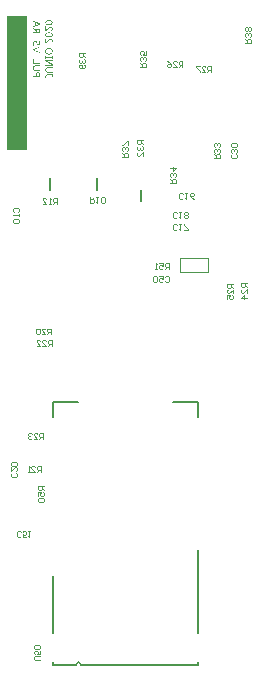
<source format=gbo>
G04 Layer_Color=32896*
%FSLAX24Y24*%
%MOIN*%
G70*
G01*
G75*
%ADD56C,0.0079*%
%ADD57C,0.0060*%
%ADD62C,0.0039*%
%ADD98R,0.0700X0.4490*%
G36*
X1202Y21094D02*
X1183D01*
Y21301D01*
X1202D01*
Y21094D01*
D02*
G37*
G36*
X1312Y21072D02*
X1319Y21071D01*
X1325Y21070D01*
X1330Y21069D01*
X1334Y21067D01*
X1337Y21066D01*
X1338Y21065D01*
X1339Y21065D01*
X1344Y21062D01*
X1349Y21059D01*
X1352Y21056D01*
X1356Y21053D01*
X1358Y21050D01*
X1360Y21047D01*
X1361Y21046D01*
X1362Y21045D01*
X1365Y21040D01*
X1367Y21036D01*
X1369Y21031D01*
X1371Y21027D01*
X1372Y21024D01*
X1373Y21021D01*
X1373Y21019D01*
Y21019D01*
X1374Y21013D01*
X1375Y21007D01*
X1376Y21002D01*
X1376Y20997D01*
X1377Y20992D01*
Y20989D01*
Y20987D01*
Y20986D01*
Y20986D01*
Y20986D01*
Y20981D01*
Y20977D01*
X1376Y20975D01*
Y20974D01*
Y20973D01*
Y20973D01*
X1376Y20968D01*
X1376Y20963D01*
Y20962D01*
X1375Y20960D01*
Y20960D01*
Y20959D01*
X1438D01*
Y21071D01*
X1465D01*
Y20929D01*
X1344D01*
X1346Y20936D01*
X1346Y20940D01*
X1347Y20943D01*
X1347Y20947D01*
X1348Y20949D01*
X1348Y20950D01*
Y20951D01*
X1349Y20961D01*
X1350Y20965D01*
Y20970D01*
X1350Y20973D01*
Y20976D01*
Y20977D01*
Y20978D01*
Y20983D01*
X1350Y20988D01*
X1349Y20992D01*
X1349Y20996D01*
X1348Y21000D01*
X1348Y21002D01*
X1348Y21004D01*
Y21004D01*
X1346Y21008D01*
X1345Y21012D01*
X1344Y21016D01*
X1342Y21019D01*
X1341Y21021D01*
X1340Y21023D01*
X1340Y21024D01*
X1339Y21024D01*
X1335Y21029D01*
X1330Y21033D01*
X1329Y21034D01*
X1327Y21035D01*
X1326Y21036D01*
X1326D01*
X1322Y21037D01*
X1319Y21038D01*
X1315Y21039D01*
X1312Y21040D01*
X1309D01*
X1307Y21040D01*
X1301D01*
X1296Y21039D01*
X1293Y21039D01*
X1289Y21038D01*
X1287Y21038D01*
X1285Y21037D01*
X1283Y21037D01*
X1283D01*
X1277Y21033D01*
X1274Y21031D01*
X1271Y21030D01*
X1270Y21028D01*
X1268Y21027D01*
X1267Y21026D01*
X1267Y21026D01*
X1264Y21023D01*
X1262Y21019D01*
X1260Y21016D01*
X1258Y21013D01*
X1257Y21011D01*
X1257Y21009D01*
X1256Y21007D01*
Y21007D01*
X1254Y20999D01*
X1254Y20996D01*
X1253Y20992D01*
X1253Y20990D01*
Y20987D01*
Y20986D01*
Y20986D01*
X1253Y20979D01*
X1254Y20973D01*
X1255Y20967D01*
X1256Y20962D01*
X1257Y20958D01*
X1258Y20954D01*
X1258Y20952D01*
X1258Y20952D01*
Y20951D01*
X1261Y20945D01*
X1263Y20939D01*
X1265Y20934D01*
X1268Y20930D01*
X1270Y20926D01*
X1271Y20923D01*
X1272Y20922D01*
X1273Y20921D01*
Y20919D01*
X1239D01*
X1237Y20924D01*
X1235Y20929D01*
X1234Y20933D01*
X1232Y20938D01*
X1231Y20943D01*
X1230Y20946D01*
X1230Y20948D01*
X1230Y20948D01*
Y20949D01*
X1228Y20955D01*
X1227Y20962D01*
X1227Y20968D01*
X1226Y20974D01*
Y20979D01*
X1226Y20983D01*
Y20984D01*
Y20985D01*
Y20986D01*
Y20986D01*
X1226Y20994D01*
X1227Y21000D01*
X1227Y21007D01*
X1229Y21012D01*
X1230Y21016D01*
X1231Y21019D01*
X1231Y21022D01*
X1231Y21022D01*
X1234Y21028D01*
X1236Y21033D01*
X1239Y21038D01*
X1242Y21042D01*
X1245Y21045D01*
X1246Y21048D01*
X1248Y21049D01*
X1248Y21050D01*
X1252Y21053D01*
X1257Y21057D01*
X1261Y21059D01*
X1265Y21062D01*
X1269Y21063D01*
X1271Y21065D01*
X1273Y21066D01*
X1274Y21066D01*
X1279Y21068D01*
X1285Y21070D01*
X1290Y21071D01*
X1295Y21071D01*
X1299Y21072D01*
X1302Y21072D01*
X1305D01*
X1312Y21072D01*
D02*
G37*
G36*
X1333Y21438D02*
X1337Y21446D01*
X1341Y21453D01*
X1345Y21459D01*
X1349Y21465D01*
X1353Y21469D01*
X1356Y21471D01*
X1358Y21473D01*
X1358Y21474D01*
X1359D01*
X1366Y21478D01*
X1373Y21481D01*
X1380Y21483D01*
X1386Y21485D01*
X1392Y21486D01*
X1395Y21486D01*
X1397D01*
X1399Y21487D01*
X1401D01*
X1408Y21486D01*
X1414Y21486D01*
X1419Y21485D01*
X1424Y21483D01*
X1428Y21482D01*
X1430Y21481D01*
X1432Y21480D01*
X1432Y21479D01*
X1437Y21477D01*
X1441Y21473D01*
X1444Y21470D01*
X1447Y21467D01*
X1449Y21464D01*
X1451Y21462D01*
X1452Y21460D01*
X1453Y21459D01*
X1455Y21455D01*
X1457Y21451D01*
X1459Y21446D01*
X1460Y21442D01*
X1461Y21439D01*
X1462Y21436D01*
X1463Y21434D01*
Y21434D01*
X1464Y21428D01*
X1464Y21422D01*
X1465Y21416D01*
X1465Y21411D01*
X1465Y21406D01*
Y21402D01*
Y21400D01*
Y21399D01*
Y21399D01*
Y21398D01*
Y21332D01*
X1230D01*
Y21364D01*
X1324D01*
Y21407D01*
X1230Y21486D01*
Y21527D01*
X1333Y21438D01*
D02*
G37*
G36*
X1879Y19872D02*
X1854D01*
Y19922D01*
X1712D01*
X1708Y19922D01*
X1704D01*
X1702Y19922D01*
X1699Y19921D01*
X1697D01*
X1696Y19921D01*
X1695D01*
X1689Y19919D01*
X1687Y19919D01*
X1684Y19918D01*
X1683Y19917D01*
X1681Y19916D01*
X1680Y19916D01*
X1680Y19915D01*
X1678Y19914D01*
X1676Y19912D01*
X1673Y19907D01*
X1672Y19905D01*
X1671Y19904D01*
X1671Y19903D01*
Y19903D01*
X1670Y19899D01*
X1669Y19895D01*
X1668Y19892D01*
X1668Y19888D01*
Y19885D01*
X1667Y19882D01*
Y19880D01*
Y19880D01*
X1668Y19872D01*
X1668Y19869D01*
X1668Y19866D01*
X1669Y19864D01*
X1669Y19862D01*
X1670Y19860D01*
Y19860D01*
X1671Y19853D01*
X1672Y19851D01*
X1673Y19848D01*
X1674Y19847D01*
X1674Y19845D01*
X1674Y19844D01*
Y19844D01*
Y19843D01*
X1645D01*
X1644Y19846D01*
X1644Y19849D01*
X1643Y19853D01*
X1643Y19856D01*
X1643Y19859D01*
X1642Y19861D01*
X1642Y19863D01*
Y19863D01*
X1642Y19868D01*
X1641Y19872D01*
X1641Y19875D01*
Y19878D01*
X1640Y19881D01*
Y19882D01*
Y19883D01*
Y19884D01*
X1641Y19889D01*
X1641Y19895D01*
X1643Y19905D01*
X1646Y19914D01*
X1647Y19918D01*
X1649Y19921D01*
X1650Y19924D01*
X1652Y19927D01*
X1653Y19929D01*
X1654Y19931D01*
X1655Y19933D01*
X1656Y19934D01*
X1657Y19934D01*
Y19935D01*
X1660Y19938D01*
X1664Y19941D01*
X1667Y19943D01*
X1671Y19946D01*
X1679Y19949D01*
X1687Y19951D01*
X1694Y19952D01*
X1697Y19953D01*
X1699Y19953D01*
X1702Y19954D01*
X1879D01*
Y19872D01*
D02*
G37*
G36*
X1465Y21657D02*
Y21615D01*
X1230Y21530D01*
Y21561D01*
X1296Y21584D01*
Y21687D01*
X1230Y21710D01*
Y21743D01*
X1465Y21657D01*
D02*
G37*
G36*
Y20223D02*
X1316D01*
X1311Y20223D01*
X1306Y20222D01*
X1302Y20222D01*
X1298Y20221D01*
X1296Y20220D01*
X1294Y20220D01*
X1294D01*
X1289Y20219D01*
X1286Y20217D01*
X1282Y20216D01*
X1279Y20215D01*
X1277Y20213D01*
X1274Y20212D01*
X1273Y20212D01*
X1273Y20211D01*
X1269Y20208D01*
X1266Y20205D01*
X1263Y20202D01*
X1262Y20199D01*
X1260Y20196D01*
X1259Y20194D01*
X1258Y20193D01*
X1258Y20192D01*
X1256Y20188D01*
X1255Y20183D01*
X1254Y20178D01*
X1253Y20173D01*
X1253Y20169D01*
X1253Y20167D01*
Y20164D01*
Y20164D01*
Y20164D01*
X1253Y20157D01*
X1253Y20152D01*
X1254Y20147D01*
X1255Y20143D01*
X1256Y20140D01*
X1257Y20137D01*
X1257Y20136D01*
X1258Y20135D01*
X1260Y20131D01*
X1262Y20127D01*
X1265Y20124D01*
X1267Y20121D01*
X1269Y20119D01*
X1271Y20117D01*
X1273Y20116D01*
X1273Y20116D01*
X1280Y20112D01*
X1283Y20110D01*
X1286Y20109D01*
X1289Y20108D01*
X1291Y20108D01*
X1293Y20107D01*
X1293D01*
X1297Y20106D01*
X1302Y20106D01*
X1307Y20105D01*
X1312Y20105D01*
X1317Y20105D01*
X1465D01*
Y20073D01*
X1325D01*
X1315Y20074D01*
X1306Y20074D01*
X1299Y20075D01*
X1292Y20076D01*
X1287Y20077D01*
X1285Y20078D01*
X1283Y20078D01*
X1281Y20078D01*
X1280D01*
X1280Y20079D01*
X1279D01*
X1273Y20081D01*
X1267Y20084D01*
X1262Y20087D01*
X1257Y20090D01*
X1254Y20093D01*
X1251Y20095D01*
X1249Y20097D01*
X1249Y20097D01*
X1245Y20102D01*
X1241Y20106D01*
X1238Y20111D01*
X1236Y20115D01*
X1234Y20119D01*
X1233Y20122D01*
X1232Y20124D01*
X1231Y20125D01*
X1230Y20131D01*
X1228Y20138D01*
X1227Y20144D01*
X1226Y20151D01*
X1226Y20156D01*
X1226Y20160D01*
Y20161D01*
Y20163D01*
Y20163D01*
Y20164D01*
X1226Y20171D01*
X1226Y20179D01*
X1227Y20185D01*
X1229Y20191D01*
X1229Y20195D01*
X1230Y20199D01*
X1231Y20201D01*
X1231Y20201D01*
X1233Y20207D01*
X1236Y20213D01*
X1239Y20217D01*
X1242Y20222D01*
X1245Y20225D01*
X1247Y20228D01*
X1248Y20230D01*
X1249Y20230D01*
X1253Y20235D01*
X1259Y20238D01*
X1264Y20242D01*
X1269Y20244D01*
X1273Y20246D01*
X1277Y20247D01*
X1278Y20248D01*
X1279Y20248D01*
X1279Y20248D01*
X1280D01*
X1287Y20250D01*
X1295Y20252D01*
X1302Y20253D01*
X1309Y20254D01*
X1315Y20254D01*
X1318Y20254D01*
X1465D01*
Y20223D01*
D02*
G37*
G36*
X1401Y20036D02*
X1408Y20035D01*
X1414Y20033D01*
X1419Y20032D01*
X1423Y20031D01*
X1426Y20029D01*
X1427Y20029D01*
X1428Y20028D01*
X1433Y20025D01*
X1437Y20022D01*
X1441Y20018D01*
X1444Y20015D01*
X1447Y20012D01*
X1449Y20010D01*
X1450Y20008D01*
X1451Y20007D01*
X1453Y20003D01*
X1456Y19999D01*
X1457Y19994D01*
X1459Y19990D01*
X1460Y19987D01*
X1461Y19984D01*
X1462Y19982D01*
Y19981D01*
X1463Y19975D01*
X1464Y19970D01*
X1465Y19963D01*
X1465Y19958D01*
X1465Y19953D01*
Y19949D01*
Y19948D01*
Y19947D01*
Y19946D01*
Y19946D01*
Y19882D01*
X1230D01*
Y19913D01*
X1318D01*
Y19944D01*
X1318Y19953D01*
X1319Y19962D01*
X1320Y19969D01*
X1321Y19975D01*
X1322Y19979D01*
X1323Y19983D01*
X1323Y19985D01*
X1324Y19986D01*
X1326Y19992D01*
X1329Y19998D01*
X1332Y20003D01*
X1335Y20007D01*
X1338Y20010D01*
X1340Y20013D01*
X1342Y20014D01*
X1342Y20015D01*
X1346Y20019D01*
X1350Y20022D01*
X1354Y20024D01*
X1357Y20026D01*
X1360Y20028D01*
X1363Y20029D01*
X1364Y20030D01*
X1365Y20030D01*
X1370Y20032D01*
X1375Y20034D01*
X1380Y20034D01*
X1385Y20035D01*
X1388Y20036D01*
X1392Y20036D01*
X1394D01*
X1401Y20036D01*
D02*
G37*
G36*
X1258Y20345D02*
X1465D01*
Y20314D01*
X1230D01*
Y20463D01*
X1258D01*
Y20345D01*
D02*
G37*
G36*
X1465Y20853D02*
X1258Y20780D01*
X1465Y20705D01*
Y20672D01*
X1230Y20758D01*
Y20800D01*
X1465Y20885D01*
Y20853D01*
D02*
G37*
G36*
X1202Y20462D02*
X1183D01*
Y20669D01*
X1202D01*
Y20462D01*
D02*
G37*
G36*
X1879Y20160D02*
X1730D01*
X1724Y20160D01*
X1719Y20160D01*
X1715Y20159D01*
X1712Y20158D01*
X1709Y20158D01*
X1707Y20157D01*
X1707D01*
X1703Y20156D01*
X1699Y20155D01*
X1695Y20153D01*
X1692Y20152D01*
X1690Y20151D01*
X1688Y20150D01*
X1687Y20149D01*
X1686Y20149D01*
X1683Y20146D01*
X1680Y20143D01*
X1677Y20140D01*
X1675Y20137D01*
X1673Y20134D01*
X1672Y20132D01*
X1671Y20130D01*
X1671Y20130D01*
X1669Y20125D01*
X1668Y20120D01*
X1667Y20116D01*
X1667Y20111D01*
X1666Y20107D01*
X1666Y20104D01*
Y20102D01*
Y20101D01*
Y20101D01*
X1666Y20095D01*
X1667Y20089D01*
X1667Y20085D01*
X1668Y20080D01*
X1670Y20077D01*
X1670Y20074D01*
X1671Y20073D01*
X1671Y20072D01*
X1673Y20068D01*
X1676Y20064D01*
X1678Y20061D01*
X1680Y20058D01*
X1683Y20056D01*
X1684Y20055D01*
X1686Y20054D01*
X1686Y20053D01*
X1693Y20049D01*
X1696Y20048D01*
X1700Y20047D01*
X1702Y20046D01*
X1704Y20045D01*
X1706Y20045D01*
X1706D01*
X1711Y20044D01*
X1716Y20043D01*
X1721Y20043D01*
X1726Y20042D01*
X1730Y20042D01*
X1879D01*
Y20011D01*
X1738D01*
X1729Y20011D01*
X1720Y20011D01*
X1712Y20013D01*
X1706Y20014D01*
X1700Y20014D01*
X1698Y20015D01*
X1696Y20015D01*
X1695Y20016D01*
X1694D01*
X1693Y20016D01*
X1693D01*
X1686Y20019D01*
X1680Y20021D01*
X1675Y20025D01*
X1671Y20027D01*
X1667Y20030D01*
X1664Y20033D01*
X1663Y20034D01*
X1662Y20035D01*
X1658Y20039D01*
X1655Y20043D01*
X1652Y20048D01*
X1649Y20053D01*
X1647Y20056D01*
X1646Y20059D01*
X1645Y20061D01*
X1645Y20062D01*
X1643Y20069D01*
X1642Y20075D01*
X1640Y20082D01*
X1640Y20088D01*
X1639Y20093D01*
X1639Y20097D01*
Y20099D01*
Y20100D01*
Y20101D01*
Y20101D01*
X1639Y20109D01*
X1640Y20116D01*
X1641Y20122D01*
X1642Y20128D01*
X1643Y20133D01*
X1644Y20136D01*
X1644Y20138D01*
X1644Y20139D01*
X1647Y20145D01*
X1650Y20150D01*
X1652Y20155D01*
X1655Y20159D01*
X1658Y20162D01*
X1660Y20165D01*
X1662Y20167D01*
X1662Y20167D01*
X1667Y20172D01*
X1672Y20176D01*
X1677Y20179D01*
X1682Y20181D01*
X1687Y20183D01*
X1690Y20185D01*
X1691Y20185D01*
X1692Y20185D01*
X1693Y20186D01*
X1693D01*
X1701Y20188D01*
X1708Y20189D01*
X1716Y20190D01*
X1723Y20191D01*
X1729Y20191D01*
X1731Y20192D01*
X1879D01*
Y20160D01*
D02*
G37*
G36*
X1773Y21356D02*
X1783Y21356D01*
X1793Y21355D01*
X1802Y21353D01*
X1810Y21352D01*
X1817Y21350D01*
X1824Y21348D01*
X1830Y21347D01*
X1836Y21345D01*
X1840Y21343D01*
X1844Y21341D01*
X1847Y21340D01*
X1850Y21339D01*
X1852Y21337D01*
X1853Y21337D01*
X1853Y21337D01*
X1858Y21333D01*
X1863Y21328D01*
X1867Y21324D01*
X1871Y21319D01*
X1874Y21314D01*
X1876Y21309D01*
X1878Y21303D01*
X1880Y21299D01*
X1881Y21294D01*
X1882Y21289D01*
X1882Y21285D01*
X1883Y21282D01*
Y21279D01*
X1884Y21277D01*
Y21275D01*
Y21275D01*
X1883Y21267D01*
X1882Y21260D01*
X1881Y21254D01*
X1879Y21248D01*
X1877Y21242D01*
X1874Y21237D01*
X1871Y21233D01*
X1869Y21228D01*
X1866Y21225D01*
X1863Y21222D01*
X1860Y21219D01*
X1858Y21217D01*
X1856Y21216D01*
X1855Y21214D01*
X1854Y21214D01*
X1853Y21213D01*
X1848Y21210D01*
X1841Y21207D01*
X1834Y21204D01*
X1826Y21202D01*
X1811Y21198D01*
X1796Y21196D01*
X1789Y21196D01*
X1782Y21195D01*
X1776Y21194D01*
X1771Y21194D01*
X1767Y21194D01*
X1761D01*
X1750Y21194D01*
X1739Y21194D01*
X1729Y21196D01*
X1720Y21197D01*
X1712Y21198D01*
X1704Y21200D01*
X1698Y21202D01*
X1691Y21204D01*
X1686Y21205D01*
X1682Y21207D01*
X1678Y21209D01*
X1675Y21210D01*
X1672Y21211D01*
X1670Y21212D01*
X1669Y21213D01*
X1669Y21213D01*
X1664Y21217D01*
X1659Y21221D01*
X1655Y21226D01*
X1652Y21231D01*
X1649Y21236D01*
X1646Y21241D01*
X1644Y21246D01*
X1643Y21251D01*
X1642Y21256D01*
X1640Y21260D01*
X1640Y21264D01*
X1639Y21268D01*
Y21271D01*
X1639Y21273D01*
Y21274D01*
Y21275D01*
X1639Y21282D01*
X1640Y21289D01*
X1642Y21296D01*
X1644Y21302D01*
X1646Y21308D01*
X1648Y21313D01*
X1651Y21317D01*
X1654Y21321D01*
X1656Y21325D01*
X1659Y21328D01*
X1662Y21331D01*
X1664Y21333D01*
X1666Y21334D01*
X1667Y21335D01*
X1668Y21336D01*
X1668Y21336D01*
X1674Y21340D01*
X1681Y21343D01*
X1688Y21346D01*
X1695Y21348D01*
X1711Y21352D01*
X1726Y21354D01*
X1733Y21355D01*
X1740Y21355D01*
X1746Y21356D01*
X1751Y21356D01*
X1755Y21356D01*
X1761D01*
X1773Y21356D01*
D02*
G37*
G36*
X1671Y21024D02*
X1681Y21036D01*
X1686Y21042D01*
X1690Y21047D01*
X1694Y21051D01*
X1697Y21055D01*
X1699Y21057D01*
X1699Y21058D01*
Y21058D01*
X1705Y21065D01*
X1711Y21071D01*
X1717Y21077D01*
X1722Y21082D01*
X1726Y21087D01*
X1729Y21090D01*
X1731Y21092D01*
X1732Y21093D01*
X1736Y21097D01*
X1740Y21101D01*
X1743Y21104D01*
X1746Y21107D01*
X1749Y21110D01*
X1751Y21111D01*
X1752Y21113D01*
X1753Y21113D01*
X1759Y21119D01*
X1763Y21121D01*
X1766Y21123D01*
X1768Y21125D01*
X1770Y21126D01*
X1771Y21127D01*
X1772Y21127D01*
X1780Y21132D01*
X1783Y21133D01*
X1787Y21135D01*
X1790Y21136D01*
X1792Y21137D01*
X1793Y21137D01*
X1794D01*
X1802Y21139D01*
X1807Y21140D01*
X1811Y21141D01*
X1814Y21141D01*
X1819D01*
X1824Y21141D01*
X1829Y21140D01*
X1834Y21139D01*
X1839Y21138D01*
X1847Y21134D01*
X1854Y21131D01*
X1857Y21129D01*
X1859Y21127D01*
X1861Y21125D01*
X1863Y21123D01*
X1864Y21122D01*
X1865Y21121D01*
X1866Y21121D01*
X1866Y21120D01*
X1869Y21116D01*
X1872Y21112D01*
X1876Y21103D01*
X1879Y21093D01*
X1881Y21084D01*
X1882Y21080D01*
X1883Y21076D01*
X1883Y21073D01*
Y21070D01*
X1884Y21067D01*
Y21065D01*
Y21064D01*
Y21064D01*
X1883Y21057D01*
X1883Y21051D01*
X1882Y21044D01*
X1881Y21039D01*
X1880Y21034D01*
X1880Y21031D01*
X1879Y21029D01*
Y21028D01*
X1879Y21028D01*
Y21027D01*
X1877Y21021D01*
X1875Y21015D01*
X1873Y21010D01*
X1872Y21005D01*
X1870Y21002D01*
X1870Y21000D01*
X1869Y20998D01*
X1869Y20998D01*
X1836D01*
Y20999D01*
X1839Y21005D01*
X1842Y21011D01*
X1845Y21017D01*
X1847Y21022D01*
X1849Y21026D01*
X1850Y21029D01*
X1850Y21031D01*
X1851Y21032D01*
X1853Y21038D01*
X1854Y21044D01*
X1855Y21049D01*
X1856Y21054D01*
X1856Y21058D01*
X1856Y21060D01*
Y21062D01*
Y21063D01*
X1856Y21071D01*
X1855Y21077D01*
X1853Y21083D01*
X1851Y21088D01*
X1849Y21091D01*
X1848Y21094D01*
X1846Y21096D01*
X1846Y21096D01*
X1842Y21100D01*
X1837Y21104D01*
X1832Y21106D01*
X1828Y21107D01*
X1824Y21108D01*
X1820Y21109D01*
X1817D01*
X1810Y21109D01*
X1803Y21107D01*
X1797Y21105D01*
X1791Y21103D01*
X1786Y21101D01*
X1783Y21099D01*
X1782Y21099D01*
X1781Y21098D01*
X1780Y21098D01*
X1780D01*
X1777Y21095D01*
X1773Y21092D01*
X1765Y21086D01*
X1758Y21079D01*
X1750Y21072D01*
X1743Y21066D01*
X1741Y21063D01*
X1738Y21061D01*
X1736Y21059D01*
X1735Y21058D01*
X1734Y21056D01*
X1733Y21056D01*
X1723Y21045D01*
X1718Y21040D01*
X1714Y21035D01*
X1710Y21031D01*
X1708Y21028D01*
X1706Y21026D01*
X1705Y21025D01*
Y21025D01*
X1700Y21019D01*
X1695Y21013D01*
X1690Y21007D01*
X1686Y21002D01*
X1682Y20998D01*
X1679Y20995D01*
X1678Y20993D01*
X1677Y20992D01*
Y20992D01*
X1644D01*
Y21151D01*
X1671D01*
Y21024D01*
D02*
G37*
G36*
X1773Y21767D02*
X1783Y21767D01*
X1793Y21766D01*
X1802Y21765D01*
X1810Y21763D01*
X1817Y21762D01*
X1824Y21760D01*
X1830Y21758D01*
X1836Y21756D01*
X1840Y21754D01*
X1844Y21753D01*
X1847Y21751D01*
X1850Y21750D01*
X1852Y21749D01*
X1853Y21748D01*
X1853Y21748D01*
X1858Y21744D01*
X1863Y21740D01*
X1867Y21735D01*
X1871Y21730D01*
X1874Y21725D01*
X1876Y21720D01*
X1878Y21715D01*
X1880Y21710D01*
X1881Y21705D01*
X1882Y21701D01*
X1882Y21697D01*
X1883Y21693D01*
Y21690D01*
X1884Y21688D01*
Y21687D01*
Y21686D01*
X1883Y21679D01*
X1882Y21672D01*
X1881Y21665D01*
X1879Y21659D01*
X1877Y21653D01*
X1874Y21648D01*
X1871Y21644D01*
X1869Y21640D01*
X1866Y21636D01*
X1863Y21633D01*
X1860Y21630D01*
X1858Y21628D01*
X1856Y21627D01*
X1855Y21626D01*
X1854Y21625D01*
X1853Y21625D01*
X1848Y21621D01*
X1841Y21618D01*
X1834Y21616D01*
X1826Y21613D01*
X1811Y21610D01*
X1796Y21608D01*
X1789Y21607D01*
X1782Y21606D01*
X1776Y21606D01*
X1771Y21605D01*
X1767Y21605D01*
X1761D01*
X1750Y21605D01*
X1739Y21606D01*
X1729Y21607D01*
X1720Y21608D01*
X1712Y21609D01*
X1704Y21611D01*
X1698Y21613D01*
X1691Y21615D01*
X1686Y21616D01*
X1682Y21618D01*
X1678Y21620D01*
X1675Y21621D01*
X1672Y21622D01*
X1670Y21624D01*
X1669Y21624D01*
X1669Y21624D01*
X1664Y21628D01*
X1659Y21633D01*
X1655Y21637D01*
X1652Y21642D01*
X1649Y21647D01*
X1646Y21653D01*
X1644Y21658D01*
X1643Y21663D01*
X1642Y21667D01*
X1640Y21672D01*
X1640Y21676D01*
X1639Y21679D01*
Y21682D01*
X1639Y21684D01*
Y21686D01*
Y21686D01*
X1639Y21694D01*
X1640Y21701D01*
X1642Y21707D01*
X1644Y21713D01*
X1646Y21719D01*
X1648Y21724D01*
X1651Y21729D01*
X1654Y21733D01*
X1656Y21736D01*
X1659Y21739D01*
X1662Y21742D01*
X1664Y21744D01*
X1666Y21746D01*
X1667Y21747D01*
X1668Y21747D01*
X1668Y21748D01*
X1674Y21751D01*
X1681Y21754D01*
X1688Y21757D01*
X1695Y21759D01*
X1711Y21763D01*
X1726Y21765D01*
X1733Y21766D01*
X1740Y21767D01*
X1746Y21767D01*
X1751Y21767D01*
X1755Y21768D01*
X1761D01*
X1773Y21767D01*
D02*
G37*
G36*
X1671Y21436D02*
X1681Y21448D01*
X1686Y21453D01*
X1690Y21458D01*
X1694Y21463D01*
X1697Y21466D01*
X1699Y21469D01*
X1699Y21469D01*
Y21469D01*
X1705Y21476D01*
X1711Y21482D01*
X1717Y21488D01*
X1722Y21494D01*
X1726Y21498D01*
X1729Y21501D01*
X1731Y21503D01*
X1732Y21504D01*
X1736Y21509D01*
X1740Y21512D01*
X1743Y21515D01*
X1746Y21519D01*
X1749Y21521D01*
X1751Y21523D01*
X1752Y21524D01*
X1753Y21524D01*
X1759Y21530D01*
X1763Y21533D01*
X1766Y21535D01*
X1768Y21536D01*
X1770Y21538D01*
X1771Y21538D01*
X1772Y21539D01*
X1780Y21543D01*
X1783Y21545D01*
X1787Y21546D01*
X1790Y21547D01*
X1792Y21548D01*
X1793Y21549D01*
X1794D01*
X1802Y21551D01*
X1807Y21551D01*
X1811Y21552D01*
X1814Y21552D01*
X1819D01*
X1824Y21552D01*
X1829Y21551D01*
X1834Y21550D01*
X1839Y21549D01*
X1847Y21546D01*
X1854Y21542D01*
X1857Y21540D01*
X1859Y21538D01*
X1861Y21536D01*
X1863Y21535D01*
X1864Y21533D01*
X1865Y21532D01*
X1866Y21532D01*
X1866Y21531D01*
X1869Y21527D01*
X1872Y21523D01*
X1876Y21514D01*
X1879Y21505D01*
X1881Y21496D01*
X1882Y21491D01*
X1883Y21487D01*
X1883Y21484D01*
Y21481D01*
X1884Y21479D01*
Y21477D01*
Y21475D01*
Y21475D01*
X1883Y21469D01*
X1883Y21462D01*
X1882Y21456D01*
X1881Y21450D01*
X1880Y21446D01*
X1880Y21442D01*
X1879Y21440D01*
Y21439D01*
X1879Y21439D01*
Y21439D01*
X1877Y21432D01*
X1875Y21426D01*
X1873Y21421D01*
X1872Y21417D01*
X1870Y21414D01*
X1870Y21411D01*
X1869Y21410D01*
X1869Y21409D01*
X1836D01*
Y21411D01*
X1839Y21416D01*
X1842Y21423D01*
X1845Y21428D01*
X1847Y21433D01*
X1849Y21437D01*
X1850Y21440D01*
X1850Y21442D01*
X1851Y21443D01*
X1853Y21449D01*
X1854Y21455D01*
X1855Y21460D01*
X1856Y21465D01*
X1856Y21469D01*
X1856Y21472D01*
Y21474D01*
Y21474D01*
X1856Y21482D01*
X1855Y21489D01*
X1853Y21494D01*
X1851Y21499D01*
X1849Y21503D01*
X1848Y21506D01*
X1846Y21507D01*
X1846Y21508D01*
X1842Y21512D01*
X1837Y21515D01*
X1832Y21517D01*
X1828Y21519D01*
X1824Y21519D01*
X1820Y21520D01*
X1817D01*
X1810Y21520D01*
X1803Y21518D01*
X1797Y21517D01*
X1791Y21515D01*
X1786Y21513D01*
X1783Y21511D01*
X1782Y21510D01*
X1781Y21509D01*
X1780Y21509D01*
X1780D01*
X1777Y21507D01*
X1773Y21504D01*
X1765Y21498D01*
X1758Y21491D01*
X1750Y21484D01*
X1743Y21478D01*
X1741Y21475D01*
X1738Y21472D01*
X1736Y21470D01*
X1735Y21469D01*
X1734Y21468D01*
X1733Y21467D01*
X1723Y21456D01*
X1718Y21451D01*
X1714Y21446D01*
X1710Y21442D01*
X1708Y21439D01*
X1706Y21437D01*
X1705Y21436D01*
Y21436D01*
X1700Y21430D01*
X1695Y21424D01*
X1690Y21419D01*
X1686Y21414D01*
X1682Y21410D01*
X1679Y21406D01*
X1678Y21404D01*
X1677Y21404D01*
Y21403D01*
X1644D01*
Y21562D01*
X1671D01*
Y21436D01*
D02*
G37*
G36*
X1771Y20834D02*
X1781Y20834D01*
X1790Y20832D01*
X1798Y20831D01*
X1801Y20830D01*
X1804Y20829D01*
X1807Y20829D01*
X1809Y20828D01*
X1811Y20828D01*
X1812Y20827D01*
X1813Y20827D01*
X1813D01*
X1821Y20824D01*
X1829Y20820D01*
X1835Y20817D01*
X1841Y20813D01*
X1845Y20810D01*
X1849Y20807D01*
X1851Y20806D01*
X1852Y20805D01*
X1857Y20799D01*
X1862Y20794D01*
X1866Y20788D01*
X1869Y20782D01*
X1872Y20778D01*
X1874Y20774D01*
X1874Y20772D01*
X1875Y20771D01*
X1875Y20771D01*
Y20770D01*
X1878Y20763D01*
X1880Y20755D01*
X1881Y20747D01*
X1882Y20740D01*
X1883Y20734D01*
Y20732D01*
X1884Y20730D01*
Y20728D01*
Y20726D01*
Y20726D01*
Y20725D01*
X1883Y20716D01*
X1882Y20708D01*
X1881Y20700D01*
X1880Y20694D01*
X1878Y20688D01*
X1877Y20686D01*
X1877Y20684D01*
X1876Y20682D01*
X1876Y20681D01*
X1875Y20680D01*
Y20680D01*
X1872Y20673D01*
X1868Y20666D01*
X1864Y20660D01*
X1860Y20655D01*
X1857Y20651D01*
X1854Y20648D01*
X1852Y20646D01*
X1852Y20645D01*
X1845Y20640D01*
X1838Y20636D01*
X1832Y20632D01*
X1826Y20629D01*
X1820Y20627D01*
X1818Y20625D01*
X1816Y20625D01*
X1814Y20624D01*
X1813Y20624D01*
X1813Y20623D01*
X1812D01*
X1804Y20621D01*
X1795Y20619D01*
X1786Y20618D01*
X1778Y20617D01*
X1774Y20617D01*
X1771Y20616D01*
X1768D01*
X1766Y20616D01*
X1761D01*
X1750Y20616D01*
X1741Y20617D01*
X1732Y20619D01*
X1724Y20620D01*
X1720Y20620D01*
X1718Y20621D01*
X1715Y20622D01*
X1713Y20623D01*
X1711Y20623D01*
X1710Y20623D01*
X1709Y20624D01*
X1709D01*
X1701Y20627D01*
X1693Y20630D01*
X1687Y20634D01*
X1681Y20637D01*
X1677Y20641D01*
X1674Y20643D01*
X1671Y20645D01*
X1671Y20645D01*
X1671D01*
X1665Y20651D01*
X1660Y20657D01*
X1656Y20663D01*
X1653Y20668D01*
X1651Y20673D01*
X1648Y20677D01*
X1648Y20678D01*
X1647Y20679D01*
X1647Y20680D01*
Y20680D01*
X1644Y20688D01*
X1642Y20696D01*
X1641Y20703D01*
X1640Y20710D01*
X1639Y20716D01*
Y20719D01*
X1639Y20721D01*
Y20723D01*
Y20724D01*
Y20725D01*
Y20725D01*
X1639Y20734D01*
X1640Y20743D01*
X1642Y20751D01*
X1643Y20757D01*
X1644Y20763D01*
X1645Y20765D01*
X1646Y20767D01*
X1646Y20769D01*
X1647Y20770D01*
X1647Y20770D01*
Y20770D01*
X1650Y20778D01*
X1654Y20784D01*
X1658Y20790D01*
X1662Y20795D01*
X1665Y20799D01*
X1668Y20802D01*
X1670Y20804D01*
X1671Y20805D01*
X1677Y20810D01*
X1683Y20814D01*
X1690Y20818D01*
X1695Y20821D01*
X1701Y20824D01*
X1705Y20825D01*
X1707Y20826D01*
X1708Y20826D01*
X1708Y20827D01*
X1709D01*
X1718Y20829D01*
X1727Y20832D01*
X1735Y20833D01*
X1744Y20834D01*
X1747Y20834D01*
X1751Y20834D01*
X1754D01*
X1756Y20835D01*
X1761D01*
X1771Y20834D01*
D02*
G37*
G36*
X1879Y20483D02*
X1855D01*
Y20514D01*
X1668D01*
Y20483D01*
X1644D01*
Y20576D01*
X1668D01*
Y20545D01*
X1855D01*
Y20576D01*
X1879D01*
Y20483D01*
D02*
G37*
G36*
Y20402D02*
X1687D01*
X1879Y20300D01*
Y20251D01*
X1644D01*
Y20280D01*
X1854D01*
X1644Y20392D01*
Y20431D01*
X1879D01*
Y20402D01*
D02*
G37*
%LPC*%
G36*
X1770Y21736D02*
X1753D01*
X1745Y21735D01*
X1738Y21735D01*
X1731Y21735D01*
X1726Y21734D01*
X1723Y21734D01*
X1722D01*
X1720Y21734D01*
X1720D01*
X1714Y21733D01*
X1708Y21732D01*
X1703Y21730D01*
X1698Y21729D01*
X1695Y21728D01*
X1692Y21727D01*
X1690Y21726D01*
X1690Y21726D01*
X1685Y21724D01*
X1682Y21721D01*
X1678Y21719D01*
X1676Y21716D01*
X1674Y21714D01*
X1672Y21712D01*
X1671Y21711D01*
X1671Y21711D01*
X1669Y21707D01*
X1668Y21703D01*
X1667Y21699D01*
X1666Y21695D01*
X1666Y21691D01*
X1665Y21689D01*
Y21687D01*
Y21686D01*
X1666Y21681D01*
X1666Y21676D01*
X1667Y21671D01*
X1668Y21668D01*
X1670Y21665D01*
X1670Y21663D01*
X1671Y21661D01*
X1671Y21661D01*
X1674Y21657D01*
X1677Y21655D01*
X1680Y21652D01*
X1683Y21650D01*
X1686Y21648D01*
X1688Y21647D01*
X1690Y21646D01*
X1690Y21646D01*
X1695Y21644D01*
X1700Y21642D01*
X1705Y21641D01*
X1710Y21640D01*
X1714Y21639D01*
X1717Y21639D01*
X1719Y21638D01*
X1720D01*
X1726Y21638D01*
X1733Y21638D01*
X1740Y21637D01*
X1747D01*
X1752Y21637D01*
X1769D01*
X1777Y21637D01*
X1784Y21638D01*
X1790Y21638D01*
X1795D01*
X1799Y21638D01*
X1800Y21639D01*
X1802D01*
X1809Y21640D01*
X1815Y21641D01*
X1820Y21642D01*
X1825Y21643D01*
X1828Y21644D01*
X1830Y21645D01*
X1832Y21646D01*
X1833Y21646D01*
X1837Y21648D01*
X1841Y21651D01*
X1844Y21653D01*
X1846Y21656D01*
X1849Y21658D01*
X1850Y21660D01*
X1851Y21661D01*
X1851Y21661D01*
X1853Y21665D01*
X1855Y21669D01*
X1856Y21673D01*
X1857Y21677D01*
X1857Y21681D01*
X1857Y21684D01*
Y21685D01*
Y21686D01*
X1857Y21692D01*
X1856Y21696D01*
X1856Y21700D01*
X1854Y21704D01*
X1853Y21707D01*
X1852Y21709D01*
X1852Y21710D01*
X1851Y21711D01*
X1849Y21714D01*
X1846Y21717D01*
X1842Y21720D01*
X1840Y21722D01*
X1837Y21724D01*
X1835Y21725D01*
X1833Y21725D01*
X1833Y21726D01*
X1828Y21728D01*
X1823Y21730D01*
X1818Y21731D01*
X1813Y21732D01*
X1809Y21733D01*
X1806Y21733D01*
X1804Y21734D01*
X1803D01*
X1796Y21734D01*
X1789Y21735D01*
X1782Y21735D01*
X1775D01*
X1770Y21736D01*
D02*
G37*
G36*
X1396Y20003D02*
X1393D01*
X1386Y20003D01*
X1383Y20002D01*
X1380Y20002D01*
X1378Y20001D01*
X1376Y20001D01*
X1375Y20000D01*
X1375D01*
X1372Y19999D01*
X1369Y19997D01*
X1366Y19995D01*
X1364Y19994D01*
X1362Y19992D01*
X1360Y19991D01*
X1359Y19990D01*
X1359Y19990D01*
X1356Y19987D01*
X1354Y19983D01*
X1351Y19977D01*
X1350Y19975D01*
X1349Y19973D01*
X1348Y19971D01*
Y19970D01*
X1347Y19966D01*
X1346Y19961D01*
X1346Y19955D01*
X1345Y19950D01*
Y19946D01*
X1345Y19943D01*
Y19941D01*
Y19940D01*
Y19940D01*
Y19939D01*
Y19913D01*
X1439D01*
Y19944D01*
Y19950D01*
X1438Y19954D01*
X1438Y19958D01*
X1437Y19962D01*
X1437Y19965D01*
X1437Y19967D01*
X1436Y19968D01*
Y19969D01*
X1434Y19975D01*
X1433Y19978D01*
X1432Y19981D01*
X1431Y19983D01*
X1430Y19985D01*
X1429Y19986D01*
X1429Y19986D01*
X1427Y19989D01*
X1424Y19992D01*
X1422Y19994D01*
X1420Y19996D01*
X1418Y19997D01*
X1416Y19998D01*
X1415Y19999D01*
X1415Y19999D01*
X1411Y20001D01*
X1408Y20002D01*
X1404Y20002D01*
X1401Y20003D01*
X1398D01*
X1396Y20003D01*
D02*
G37*
G36*
X1323Y21677D02*
Y21594D01*
X1438Y21635D01*
X1323Y21677D01*
D02*
G37*
G36*
X1765Y20802D02*
X1761D01*
X1753Y20802D01*
X1745Y20802D01*
X1737Y20801D01*
X1730Y20799D01*
X1724Y20798D01*
X1718Y20796D01*
X1713Y20794D01*
X1708Y20792D01*
X1704Y20790D01*
X1700Y20788D01*
X1697Y20786D01*
X1695Y20785D01*
X1693Y20783D01*
X1691Y20782D01*
X1691Y20782D01*
X1690Y20781D01*
X1686Y20777D01*
X1682Y20773D01*
X1679Y20769D01*
X1676Y20764D01*
X1674Y20759D01*
X1672Y20754D01*
X1669Y20746D01*
X1668Y20741D01*
X1667Y20738D01*
X1667Y20734D01*
X1666Y20731D01*
X1666Y20728D01*
Y20727D01*
Y20726D01*
Y20725D01*
X1666Y20719D01*
X1667Y20713D01*
X1668Y20707D01*
X1670Y20702D01*
X1672Y20697D01*
X1674Y20692D01*
X1676Y20688D01*
X1678Y20684D01*
X1680Y20681D01*
X1683Y20678D01*
X1684Y20675D01*
X1687Y20673D01*
X1688Y20671D01*
X1689Y20670D01*
X1690Y20670D01*
X1690Y20669D01*
X1695Y20666D01*
X1700Y20662D01*
X1706Y20660D01*
X1712Y20657D01*
X1718Y20655D01*
X1723Y20654D01*
X1735Y20651D01*
X1740Y20650D01*
X1745Y20650D01*
X1750Y20649D01*
X1753Y20649D01*
X1757Y20648D01*
X1761D01*
X1769Y20649D01*
X1777Y20649D01*
X1785Y20650D01*
X1791Y20652D01*
X1798Y20653D01*
X1804Y20655D01*
X1809Y20657D01*
X1813Y20659D01*
X1818Y20660D01*
X1821Y20662D01*
X1824Y20664D01*
X1827Y20666D01*
X1829Y20667D01*
X1830Y20668D01*
X1831Y20668D01*
X1832Y20669D01*
X1836Y20673D01*
X1840Y20677D01*
X1843Y20682D01*
X1846Y20686D01*
X1849Y20691D01*
X1850Y20696D01*
X1852Y20700D01*
X1853Y20705D01*
X1854Y20709D01*
X1855Y20713D01*
X1856Y20716D01*
X1856Y20719D01*
X1857Y20722D01*
Y20724D01*
Y20725D01*
Y20725D01*
X1856Y20732D01*
X1856Y20738D01*
X1854Y20744D01*
X1853Y20749D01*
X1851Y20754D01*
X1849Y20759D01*
X1846Y20763D01*
X1844Y20767D01*
X1842Y20770D01*
X1840Y20773D01*
X1837Y20776D01*
X1836Y20778D01*
X1834Y20779D01*
X1833Y20781D01*
X1832Y20781D01*
X1832Y20782D01*
X1827Y20785D01*
X1821Y20789D01*
X1816Y20791D01*
X1810Y20794D01*
X1804Y20796D01*
X1798Y20797D01*
X1787Y20800D01*
X1782Y20801D01*
X1777Y20801D01*
X1772Y20802D01*
X1769Y20802D01*
X1765Y20802D01*
D02*
G37*
G36*
X1403Y21454D02*
X1394D01*
X1390Y21454D01*
X1386Y21453D01*
X1384Y21453D01*
X1381Y21452D01*
X1379Y21451D01*
X1378Y21451D01*
X1377D01*
X1374Y21449D01*
X1371Y21448D01*
X1369Y21446D01*
X1366Y21444D01*
X1365Y21443D01*
X1363Y21441D01*
X1362Y21441D01*
X1362Y21440D01*
X1360Y21437D01*
X1358Y21434D01*
X1356Y21431D01*
X1355Y21428D01*
X1354Y21425D01*
X1353Y21423D01*
X1353Y21422D01*
Y21421D01*
X1352Y21417D01*
X1351Y21413D01*
X1351Y21408D01*
X1350Y21404D01*
X1350Y21401D01*
Y21398D01*
Y21396D01*
Y21395D01*
Y21364D01*
X1439D01*
Y21400D01*
Y21405D01*
X1438Y21409D01*
X1438Y21413D01*
Y21416D01*
X1437Y21419D01*
X1437Y21421D01*
X1437Y21422D01*
Y21422D01*
X1435Y21429D01*
X1434Y21432D01*
X1433Y21434D01*
X1432Y21436D01*
X1431Y21438D01*
X1431Y21438D01*
X1430Y21439D01*
X1428Y21442D01*
X1426Y21444D01*
X1424Y21446D01*
X1421Y21448D01*
X1420Y21449D01*
X1418Y21450D01*
X1417Y21451D01*
X1417D01*
X1411Y21453D01*
X1405Y21454D01*
X1403Y21454D01*
D02*
G37*
G36*
X1770Y21324D02*
X1753D01*
X1745Y21324D01*
X1738Y21324D01*
X1731Y21323D01*
X1726Y21323D01*
X1723Y21323D01*
X1722D01*
X1720Y21322D01*
X1720D01*
X1714Y21321D01*
X1708Y21320D01*
X1703Y21319D01*
X1698Y21318D01*
X1695Y21316D01*
X1692Y21316D01*
X1690Y21315D01*
X1690Y21315D01*
X1685Y21312D01*
X1682Y21310D01*
X1678Y21308D01*
X1676Y21305D01*
X1674Y21303D01*
X1672Y21301D01*
X1671Y21300D01*
X1671Y21300D01*
X1669Y21296D01*
X1668Y21292D01*
X1667Y21288D01*
X1666Y21284D01*
X1666Y21280D01*
X1665Y21277D01*
Y21276D01*
Y21275D01*
X1666Y21269D01*
X1666Y21264D01*
X1667Y21260D01*
X1668Y21256D01*
X1670Y21253D01*
X1670Y21251D01*
X1671Y21250D01*
X1671Y21249D01*
X1674Y21246D01*
X1677Y21243D01*
X1680Y21241D01*
X1683Y21238D01*
X1686Y21237D01*
X1688Y21236D01*
X1690Y21235D01*
X1690Y21235D01*
X1695Y21233D01*
X1700Y21231D01*
X1705Y21230D01*
X1710Y21229D01*
X1714Y21228D01*
X1717Y21228D01*
X1719Y21227D01*
X1720D01*
X1726Y21227D01*
X1733Y21226D01*
X1740Y21226D01*
X1747D01*
X1752Y21226D01*
X1769D01*
X1777Y21226D01*
X1784Y21226D01*
X1790Y21227D01*
X1795D01*
X1799Y21227D01*
X1800Y21228D01*
X1802D01*
X1809Y21228D01*
X1815Y21229D01*
X1820Y21231D01*
X1825Y21232D01*
X1828Y21233D01*
X1830Y21234D01*
X1832Y21234D01*
X1833Y21235D01*
X1837Y21237D01*
X1841Y21240D01*
X1844Y21242D01*
X1846Y21245D01*
X1849Y21247D01*
X1850Y21249D01*
X1851Y21250D01*
X1851Y21250D01*
X1853Y21254D01*
X1855Y21258D01*
X1856Y21262D01*
X1857Y21266D01*
X1857Y21270D01*
X1857Y21272D01*
Y21274D01*
Y21275D01*
X1857Y21280D01*
X1856Y21285D01*
X1856Y21289D01*
X1854Y21293D01*
X1853Y21296D01*
X1852Y21297D01*
X1852Y21299D01*
X1851Y21299D01*
X1849Y21303D01*
X1846Y21306D01*
X1842Y21308D01*
X1840Y21311D01*
X1837Y21312D01*
X1835Y21313D01*
X1833Y21314D01*
X1833Y21315D01*
X1828Y21317D01*
X1823Y21318D01*
X1818Y21320D01*
X1813Y21321D01*
X1809Y21321D01*
X1806Y21322D01*
X1804Y21322D01*
X1803D01*
X1796Y21323D01*
X1789Y21324D01*
X1782Y21324D01*
X1775D01*
X1770Y21324D01*
D02*
G37*
%LPD*%
D56*
X2815Y284D02*
G03*
X2736Y363I-79J0D01*
G01*
D02*
G03*
X2658Y284I0J-79D01*
G01*
X1909Y1347D02*
Y3237D01*
Y8552D02*
Y9024D01*
X2736D01*
X5886D02*
X6713D01*
Y8552D02*
Y9024D01*
Y1347D02*
Y4103D01*
Y284D02*
Y363D01*
X2815Y284D02*
X6713D01*
X1909D02*
X2658D01*
X1909D02*
Y363D01*
D57*
X4828Y15745D02*
Y16088D01*
X3346Y16119D02*
Y16519D01*
X1781Y16119D02*
Y16519D01*
D62*
X6119Y13367D02*
Y13839D01*
Y13367D02*
X7069D01*
Y13839D01*
X6119D02*
X7069D01*
X813Y4569D02*
X780Y4536D01*
X715D01*
X682Y4569D01*
Y4700D01*
X715Y4733D01*
X780D01*
X813Y4700D01*
X1010Y4536D02*
X879D01*
Y4635D01*
X944Y4602D01*
X977D01*
X1010Y4635D01*
Y4700D01*
X977Y4733D01*
X911D01*
X879Y4700D01*
X1075Y4733D02*
X1141D01*
X1108D01*
Y4536D01*
X1075Y4569D01*
X1466Y423D02*
X1302D01*
X1270Y456D01*
Y522D01*
X1302Y554D01*
X1466D01*
Y751D02*
Y620D01*
X1368D01*
X1401Y686D01*
Y718D01*
X1368Y751D01*
X1302D01*
X1270Y718D01*
Y653D01*
X1302Y620D01*
X1434Y817D02*
X1466Y850D01*
Y915D01*
X1434Y948D01*
X1302D01*
X1270Y915D01*
Y850D01*
X1302Y817D01*
X1434D01*
X604Y15361D02*
X571Y15394D01*
Y15459D01*
X604Y15492D01*
X735D01*
X768Y15459D01*
Y15394D01*
X735Y15361D01*
X768Y15295D02*
Y15230D01*
Y15263D01*
X571D01*
X604Y15295D01*
Y15131D02*
X571Y15099D01*
Y15033D01*
X604Y15000D01*
X735D01*
X768Y15033D01*
Y15099D01*
X735Y15131D01*
X604D01*
X6224Y15840D02*
X6191Y15807D01*
X6125D01*
X6093Y15840D01*
Y15971D01*
X6125Y16004D01*
X6191D01*
X6224Y15971D01*
X6289Y16004D02*
X6355D01*
X6322D01*
Y15807D01*
X6289Y15840D01*
X6584Y15807D02*
X6519Y15840D01*
X6453Y15906D01*
Y15971D01*
X6486Y16004D01*
X6552D01*
X6584Y15971D01*
Y15938D01*
X6552Y15906D01*
X6453D01*
X6028Y14798D02*
X5995Y14765D01*
X5930D01*
X5897Y14798D01*
Y14929D01*
X5930Y14962D01*
X5995D01*
X6028Y14929D01*
X6094Y14962D02*
X6159D01*
X6126D01*
Y14765D01*
X6094Y14798D01*
X6258Y14765D02*
X6389D01*
Y14798D01*
X6258Y14929D01*
Y14962D01*
X6028Y15212D02*
X5995Y15179D01*
X5930D01*
X5897Y15212D01*
Y15343D01*
X5930Y15376D01*
X5995D01*
X6028Y15343D01*
X6094Y15376D02*
X6159D01*
X6126D01*
Y15179D01*
X6094Y15212D01*
X6258D02*
X6290Y15179D01*
X6356D01*
X6389Y15212D01*
Y15244D01*
X6356Y15277D01*
X6389Y15310D01*
Y15343D01*
X6356Y15376D01*
X6290D01*
X6258Y15343D01*
Y15310D01*
X6290Y15277D01*
X6258Y15244D01*
Y15212D01*
X6290Y15277D02*
X6356D01*
X656Y6657D02*
X689Y6624D01*
Y6558D01*
X656Y6526D01*
X525D01*
X492Y6558D01*
Y6624D01*
X525Y6657D01*
X492Y6854D02*
Y6722D01*
X623Y6854D01*
X656D01*
X689Y6821D01*
Y6755D01*
X656Y6722D01*
Y6919D02*
X689Y6952D01*
Y7018D01*
X656Y7050D01*
X525D01*
X492Y7018D01*
Y6952D01*
X525Y6919D01*
X656D01*
X8008Y17287D02*
X8041Y17254D01*
Y17188D01*
X8008Y17156D01*
X7877D01*
X7844Y17188D01*
Y17254D01*
X7877Y17287D01*
X8008Y17352D02*
X8041Y17385D01*
Y17451D01*
X8008Y17483D01*
X7976D01*
X7943Y17451D01*
Y17418D01*
Y17451D01*
X7910Y17483D01*
X7877D01*
X7844Y17451D01*
Y17385D01*
X7877Y17352D01*
X8008Y17549D02*
X8041Y17582D01*
Y17647D01*
X8008Y17680D01*
X7877D01*
X7844Y17647D01*
Y17582D01*
X7877Y17549D01*
X8008D01*
X5637Y13205D02*
X5669Y13238D01*
X5735D01*
X5768Y13205D01*
Y13074D01*
X5735Y13041D01*
X5669D01*
X5637Y13074D01*
X5440Y13238D02*
X5571D01*
Y13140D01*
X5505Y13173D01*
X5473D01*
X5440Y13140D01*
Y13074D01*
X5473Y13041D01*
X5538D01*
X5571Y13074D01*
X5374Y13205D02*
X5341Y13238D01*
X5276D01*
X5243Y13205D01*
Y13074D01*
X5276Y13041D01*
X5341D01*
X5374Y13074D01*
Y13205D01*
X3120Y15866D02*
Y15669D01*
X3218D01*
X3251Y15702D01*
Y15768D01*
X3218Y15801D01*
X3120D01*
X3186D02*
X3251Y15866D01*
X3317D02*
X3382D01*
X3350D01*
Y15669D01*
X3317Y15702D01*
X3481D02*
X3514Y15669D01*
X3579D01*
X3612Y15702D01*
Y15833D01*
X3579Y15866D01*
X3514D01*
X3481Y15833D01*
Y15702D01*
X2037Y15640D02*
Y15837D01*
X1939D01*
X1906Y15804D01*
Y15738D01*
X1939Y15705D01*
X2037D01*
X1972D02*
X1906Y15640D01*
X1841D02*
X1775D01*
X1808D01*
Y15837D01*
X1841Y15804D01*
X1545Y15640D02*
X1677D01*
X1545Y15771D01*
Y15804D01*
X1578Y15837D01*
X1644D01*
X1677Y15804D01*
X1841Y11289D02*
Y11486D01*
X1742D01*
X1709Y11453D01*
Y11388D01*
X1742Y11355D01*
X1841D01*
X1775D02*
X1709Y11289D01*
X1513D02*
X1644D01*
X1513Y11421D01*
Y11453D01*
X1545Y11486D01*
X1611D01*
X1644Y11453D01*
X1447D02*
X1414Y11486D01*
X1349D01*
X1316Y11453D01*
Y11322D01*
X1349Y11289D01*
X1414D01*
X1447Y11322D01*
Y11453D01*
X1506Y6713D02*
Y6909D01*
X1408D01*
X1375Y6877D01*
Y6811D01*
X1408Y6778D01*
X1506D01*
X1440D02*
X1375Y6713D01*
X1178D02*
X1309D01*
X1178Y6844D01*
Y6877D01*
X1211Y6909D01*
X1276D01*
X1309Y6877D01*
X1112Y6713D02*
X1047D01*
X1080D01*
Y6909D01*
X1112Y6877D01*
X1870Y10915D02*
Y11112D01*
X1772D01*
X1739Y11079D01*
Y11014D01*
X1772Y10981D01*
X1870D01*
X1804D02*
X1739Y10915D01*
X1542D02*
X1673D01*
X1542Y11047D01*
Y11079D01*
X1575Y11112D01*
X1640D01*
X1673Y11079D01*
X1345Y10915D02*
X1477D01*
X1345Y11047D01*
Y11079D01*
X1378Y11112D01*
X1444D01*
X1477Y11079D01*
X1575Y7815D02*
Y8012D01*
X1476D01*
X1444Y7979D01*
Y7913D01*
X1476Y7881D01*
X1575D01*
X1509D02*
X1444Y7815D01*
X1247D02*
X1378D01*
X1247Y7946D01*
Y7979D01*
X1280Y8012D01*
X1345D01*
X1378Y7979D01*
X1181D02*
X1148Y8012D01*
X1083D01*
X1050Y7979D01*
Y7946D01*
X1083Y7913D01*
X1116D01*
X1083D01*
X1050Y7881D01*
Y7848D01*
X1083Y7815D01*
X1148D01*
X1181Y7848D01*
X8346Y12992D02*
X8150D01*
Y12894D01*
X8182Y12861D01*
X8248D01*
X8281Y12894D01*
Y12992D01*
Y12927D02*
X8346Y12861D01*
Y12664D02*
Y12795D01*
X8215Y12664D01*
X8182D01*
X8150Y12697D01*
Y12763D01*
X8182Y12795D01*
X8346Y12500D02*
X8150D01*
X8248Y12599D01*
Y12467D01*
X7904Y12982D02*
X7707D01*
Y12884D01*
X7740Y12851D01*
X7805D01*
X7838Y12884D01*
Y12982D01*
Y12917D02*
X7904Y12851D01*
Y12654D02*
Y12786D01*
X7772Y12654D01*
X7740D01*
X7707Y12687D01*
Y12753D01*
X7740Y12786D01*
X7707Y12458D02*
Y12589D01*
X7805D01*
X7772Y12523D01*
Y12490D01*
X7805Y12458D01*
X7871D01*
X7904Y12490D01*
Y12556D01*
X7871Y12589D01*
X6211Y20197D02*
Y20394D01*
X6112D01*
X6079Y20361D01*
Y20295D01*
X6112Y20262D01*
X6211D01*
X6145D02*
X6079Y20197D01*
X5883D02*
X6014D01*
X5883Y20328D01*
Y20361D01*
X5915Y20394D01*
X5981D01*
X6014Y20361D01*
X5686Y20394D02*
X5751Y20361D01*
X5817Y20295D01*
Y20230D01*
X5784Y20197D01*
X5719D01*
X5686Y20230D01*
Y20262D01*
X5719Y20295D01*
X5817D01*
X7175Y20030D02*
Y20226D01*
X7077D01*
X7044Y20194D01*
Y20128D01*
X7077Y20095D01*
X7175D01*
X7110D02*
X7044Y20030D01*
X6847D02*
X6978D01*
X6847Y20161D01*
Y20194D01*
X6880Y20226D01*
X6946D01*
X6978Y20194D01*
X6782Y20226D02*
X6650D01*
Y20194D01*
X6782Y20062D01*
Y20030D01*
X4902Y17756D02*
X4705D01*
Y17658D01*
X4738Y17625D01*
X4803D01*
X4836Y17658D01*
Y17756D01*
Y17690D02*
X4902Y17625D01*
X4738Y17559D02*
X4705Y17526D01*
Y17461D01*
X4738Y17428D01*
X4770D01*
X4803Y17461D01*
Y17494D01*
Y17461D01*
X4836Y17428D01*
X4869D01*
X4902Y17461D01*
Y17526D01*
X4869Y17559D01*
X4902Y17231D02*
Y17362D01*
X4770Y17231D01*
X4738D01*
X4705Y17264D01*
Y17330D01*
X4738Y17362D01*
X7252Y17156D02*
X7449D01*
Y17254D01*
X7416Y17287D01*
X7351D01*
X7318Y17254D01*
Y17156D01*
Y17221D02*
X7252Y17287D01*
X7416Y17352D02*
X7449Y17385D01*
Y17451D01*
X7416Y17483D01*
X7384D01*
X7351Y17451D01*
Y17418D01*
Y17451D01*
X7318Y17483D01*
X7285D01*
X7252Y17451D01*
Y17385D01*
X7285Y17352D01*
X7416Y17549D02*
X7449Y17582D01*
Y17647D01*
X7416Y17680D01*
X7384D01*
X7351Y17647D01*
Y17615D01*
Y17647D01*
X7318Y17680D01*
X7285D01*
X7252Y17647D01*
Y17582D01*
X7285Y17549D01*
X5787Y16339D02*
X5984D01*
Y16437D01*
X5951Y16470D01*
X5886D01*
X5853Y16437D01*
Y16339D01*
Y16404D02*
X5787Y16470D01*
X5951Y16535D02*
X5984Y16568D01*
Y16634D01*
X5951Y16667D01*
X5919D01*
X5886Y16634D01*
Y16601D01*
Y16634D01*
X5853Y16667D01*
X5820D01*
X5787Y16634D01*
Y16568D01*
X5820Y16535D01*
X5787Y16831D02*
X5984D01*
X5886Y16732D01*
Y16863D01*
X4783Y20217D02*
X4980D01*
Y20315D01*
X4947Y20348D01*
X4882D01*
X4849Y20315D01*
Y20217D01*
Y20282D02*
X4783Y20348D01*
X4947Y20413D02*
X4980Y20446D01*
Y20512D01*
X4947Y20545D01*
X4915D01*
X4882Y20512D01*
Y20479D01*
Y20512D01*
X4849Y20545D01*
X4816D01*
X4783Y20512D01*
Y20446D01*
X4816Y20413D01*
X4980Y20741D02*
Y20610D01*
X4882D01*
X4915Y20676D01*
Y20708D01*
X4882Y20741D01*
X4816D01*
X4783Y20708D01*
Y20643D01*
X4816Y20610D01*
X4193Y17215D02*
X4390D01*
Y17313D01*
X4357Y17346D01*
X4291D01*
X4259Y17313D01*
Y17215D01*
Y17280D02*
X4193Y17346D01*
X4357Y17411D02*
X4390Y17444D01*
Y17510D01*
X4357Y17543D01*
X4324D01*
X4291Y17510D01*
Y17477D01*
Y17510D01*
X4259Y17543D01*
X4226D01*
X4193Y17510D01*
Y17444D01*
X4226Y17411D01*
X4390Y17608D02*
Y17739D01*
X4357D01*
X4226Y17608D01*
X4193D01*
X8297Y21004D02*
X8494D01*
Y21102D01*
X8461Y21135D01*
X8396D01*
X8363Y21102D01*
Y21004D01*
Y21070D02*
X8297Y21135D01*
X8461Y21201D02*
X8494Y21234D01*
Y21299D01*
X8461Y21332D01*
X8428D01*
X8396Y21299D01*
Y21266D01*
Y21299D01*
X8363Y21332D01*
X8330D01*
X8297Y21299D01*
Y21234D01*
X8330Y21201D01*
X8461Y21398D02*
X8494Y21430D01*
Y21496D01*
X8461Y21529D01*
X8428D01*
X8396Y21496D01*
X8363Y21529D01*
X8330D01*
X8297Y21496D01*
Y21430D01*
X8330Y21398D01*
X8363D01*
X8396Y21430D01*
X8428Y21398D01*
X8461D01*
X8396Y21430D02*
Y21496D01*
X2963Y20679D02*
X2766D01*
Y20581D01*
X2799Y20548D01*
X2864D01*
X2897Y20581D01*
Y20679D01*
Y20614D02*
X2963Y20548D01*
X2799Y20482D02*
X2766Y20450D01*
Y20384D01*
X2799Y20351D01*
X2831D01*
X2864Y20384D01*
Y20417D01*
Y20384D01*
X2897Y20351D01*
X2930D01*
X2963Y20384D01*
Y20450D01*
X2930Y20482D01*
Y20286D02*
X2963Y20253D01*
Y20187D01*
X2930Y20154D01*
X2799D01*
X2766Y20187D01*
Y20253D01*
X2799Y20286D01*
X2831D01*
X2864Y20253D01*
Y20154D01*
X1604Y6220D02*
X1408D01*
Y6122D01*
X1440Y6089D01*
X1506D01*
X1539Y6122D01*
Y6220D01*
Y6155D02*
X1604Y6089D01*
X1408Y5893D02*
Y6024D01*
X1506D01*
X1473Y5958D01*
Y5925D01*
X1506Y5893D01*
X1572D01*
X1604Y5925D01*
Y5991D01*
X1572Y6024D01*
X1440Y5827D02*
X1408Y5794D01*
Y5729D01*
X1440Y5696D01*
X1572D01*
X1604Y5729D01*
Y5794D01*
X1572Y5827D01*
X1440D01*
X5758Y13474D02*
Y13671D01*
X5659D01*
X5627Y13638D01*
Y13573D01*
X5659Y13540D01*
X5758D01*
X5692D02*
X5627Y13474D01*
X5430Y13671D02*
X5561D01*
Y13573D01*
X5495Y13606D01*
X5463D01*
X5430Y13573D01*
Y13507D01*
X5463Y13474D01*
X5528D01*
X5561Y13507D01*
X5364Y13474D02*
X5299D01*
X5332D01*
Y13671D01*
X5364Y13638D01*
D98*
X683Y19655D02*
D03*
M02*

</source>
